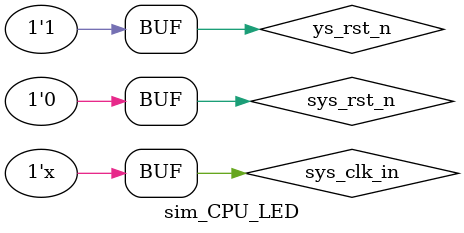
<source format=v>
`timescale 1ns / 1ps


module sim_CPU_LED(

    );   
         reg sys_clk_in,sys_rst_n;
         //·ÖÆµÆ÷ 
         wire clk_1ms,clk_10ms, clk_100ms,clk_1s,clk_10s;
         //LED
         reg [31:0]res;
         wire[3:0]sel_1;//¿ØÖÆÓÒ±ß4¸ö4 3 2 1
         wire[3:0]sel_2;//¿ØÖÆ×ó±ß4¸ö8 7 6 5
         wire[7:0]seg7_1;
         wire[7:0]seg7_2;
         //
         wire[7:0]seg_cs_pin,seg_data_0_pin,seg_data_1_pin;

         initial
             begin
                 sys_clk_in=1'b1;
                 sys_rst_n=1'b0;
                 #3sys_rst_n=1'b1;
             end

         always#5
             sys_clk_in=~sys_clk_in;
             
           Clk_Div_Ms_S CDMS(
                                  sys_clk_in,
                                  sys_rst_n,
                                   clk_1ms,
                                  clk_10ms,
                                  clk_100ms,
                                   clk_1s,
                                   clk_10s
                                 );

          wire [31:0]LED_DATA;
             CPU T1(
                 sys_clk_in,
                 clk_1ms,
                 sys_rst_n,
                 LED_DATA
             //output PC
                     );
            always@(posedge sys_clk_in,negedge sys_rst_n)
                 if(!sys_rst_n)
                 ;
                 else         
                         res<=LED_DATA;    

          LED_display LD(
          sys_clk_in,
          sys_rst_n,
          res,
         sel_1,//¿ØÖÆÓÒ±ß4¸ö4 3 2 1
         sel_2,//¿ØÖÆ×ó±ß4¸ö8 7 6 5
         seg7_1,
         seg7_2);
         
         assign seg_cs_pin={sel_1,sel_2};//ÊýÂë¹ÜÎ»ÐÅºÅÊä³ö
         assign seg_data_0_pin=seg7_1;//1ºÅÊýÂë¹Ü¶ÎÐÅºÅÊä³ö
         assign seg_data_1_pin=seg7_2;//2ºÅÊýÂë¹Ü¶ÎÐÅºÅÊä³ö

         endmodule

</source>
